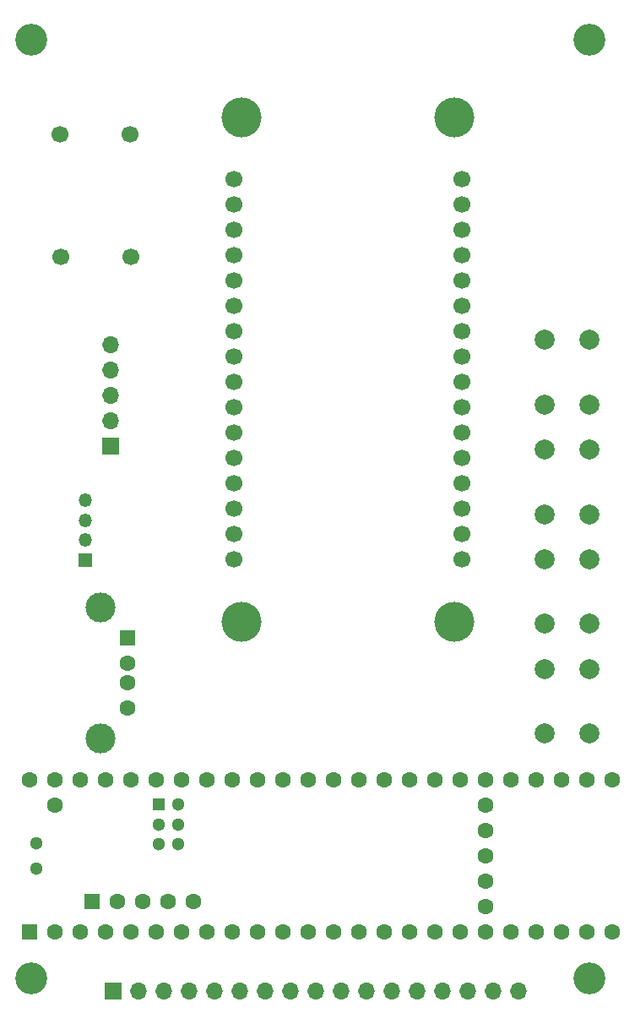
<source format=gbr>
%TF.GenerationSoftware,KiCad,Pcbnew,5.1.8-db9833491~87~ubuntu20.04.1*%
%TF.CreationDate,2020-11-22T18:04:31+08:00*%
%TF.ProjectId,mobo,6d6f626f-2e6b-4696-9361-645f70636258,rev?*%
%TF.SameCoordinates,Original*%
%TF.FileFunction,Soldermask,Bot*%
%TF.FilePolarity,Negative*%
%FSLAX46Y46*%
G04 Gerber Fmt 4.6, Leading zero omitted, Abs format (unit mm)*
G04 Created by KiCad (PCBNEW 5.1.8-db9833491~87~ubuntu20.04.1) date 2020-11-22 18:04:31*
%MOMM*%
%LPD*%
G01*
G04 APERTURE LIST*
%ADD10O,1.700000X1.700000*%
%ADD11R,1.700000X1.700000*%
%ADD12C,2.000000*%
%ADD13C,3.200000*%
%ADD14O,1.350000X1.350000*%
%ADD15R,1.350000X1.350000*%
%ADD16C,1.700000*%
%ADD17C,1.600000*%
%ADD18R,1.500000X1.600000*%
%ADD19C,3.000000*%
%ADD20C,4.000000*%
%ADD21C,1.300000*%
%ADD22R,1.300000X1.300000*%
%ADD23R,1.600000X1.600000*%
G04 APERTURE END LIST*
D10*
%TO.C,J6*%
X66840000Y-105300000D03*
X64300000Y-105300000D03*
X61760000Y-105300000D03*
X59220000Y-105300000D03*
X56680000Y-105300000D03*
X54140000Y-105300000D03*
X51600000Y-105300000D03*
X49060000Y-105300000D03*
X46520000Y-105300000D03*
X43980000Y-105300000D03*
X41440000Y-105300000D03*
X38900000Y-105300000D03*
X36360000Y-105300000D03*
X33820000Y-105300000D03*
X31280000Y-105300000D03*
X28740000Y-105300000D03*
D11*
X26200000Y-105300000D03*
%TD*%
D12*
%TO.C,SW4*%
X74000000Y-46500000D03*
X69500000Y-46500000D03*
X74000000Y-40000000D03*
X69500000Y-40000000D03*
%TD*%
D13*
%TO.C,H4*%
X74000000Y-104000000D03*
%TD*%
%TO.C,H3*%
X74000000Y-10000000D03*
%TD*%
%TO.C,H2*%
X18000000Y-104000000D03*
%TD*%
%TO.C,H1*%
X18000000Y-10000000D03*
%TD*%
D10*
%TO.C,J5*%
X25940000Y-40560000D03*
X25940000Y-43100000D03*
X25940000Y-45640000D03*
X25940000Y-48180000D03*
D11*
X25940000Y-50720000D03*
%TD*%
D14*
%TO.C,J4*%
X23400000Y-56100000D03*
X23400000Y-58100000D03*
X23400000Y-60100000D03*
D15*
X23400000Y-62100000D03*
%TD*%
D12*
%TO.C,SW3*%
X74000000Y-57500000D03*
X69500000Y-57500000D03*
X74000000Y-51000000D03*
X69500000Y-51000000D03*
%TD*%
%TO.C,SW2*%
X74000000Y-68500000D03*
X69500000Y-68500000D03*
X74000000Y-62000000D03*
X69500000Y-62000000D03*
%TD*%
%TO.C,SW1*%
X74000000Y-79500000D03*
X69500000Y-79500000D03*
X74000000Y-73000000D03*
X69500000Y-73000000D03*
%TD*%
D16*
%TO.C,J3*%
X21000000Y-31700000D03*
X28000000Y-31700000D03*
%TD*%
%TO.C,J2*%
X20900000Y-19400000D03*
X27900000Y-19400000D03*
%TD*%
D17*
%TO.C,J1*%
X27700000Y-76900000D03*
X27700000Y-74400000D03*
X27700000Y-72400000D03*
D18*
X27700000Y-69900000D03*
D19*
X24990000Y-79970000D03*
X24990000Y-66830000D03*
%TD*%
D16*
%TO.C,U2*%
X38370000Y-23950000D03*
X38370000Y-26490000D03*
X38370000Y-29030000D03*
X38370000Y-31570000D03*
X38370000Y-34110000D03*
X38370000Y-36650000D03*
X38370000Y-39190000D03*
X38370000Y-41730000D03*
X38370000Y-44270000D03*
X38370000Y-46810000D03*
X38370000Y-49350000D03*
X38370000Y-51890000D03*
X38370000Y-54430000D03*
X38370000Y-56970000D03*
X38370000Y-59510000D03*
X38370000Y-62050000D03*
X61230000Y-23950000D03*
X61230000Y-26490000D03*
X61230000Y-29030000D03*
X61230000Y-31570000D03*
X61230000Y-34110000D03*
X61230000Y-36650000D03*
X61230000Y-39190000D03*
X61230000Y-41730000D03*
X61230000Y-44270000D03*
X61230000Y-46810000D03*
X61230000Y-49350000D03*
X61230000Y-51890000D03*
X61230000Y-54430000D03*
X61230000Y-56970000D03*
X61230000Y-59510000D03*
X61230000Y-62050000D03*
D20*
X39132000Y-17727000D03*
X39132000Y-68273000D03*
X60468000Y-17727000D03*
X60468000Y-68273000D03*
%TD*%
D21*
%TO.C,U1*%
X18550000Y-90490000D03*
X18550000Y-93030000D03*
D17*
X63540000Y-86680000D03*
X63540000Y-89220000D03*
X63540000Y-91760000D03*
X63540000Y-94300000D03*
X63540000Y-96840000D03*
D21*
X30790000Y-90578400D03*
X32790000Y-90578400D03*
X32790000Y-88578400D03*
X30790000Y-88578400D03*
X32790000Y-86578400D03*
D22*
X30790000Y-86578400D03*
D17*
X58460000Y-99380000D03*
X61000000Y-99380000D03*
X63540000Y-99380000D03*
X66080000Y-99380000D03*
X55920000Y-99380000D03*
X53380000Y-99380000D03*
X50840000Y-99380000D03*
X68620000Y-99380000D03*
X71160000Y-99380000D03*
X73700000Y-99380000D03*
X76240000Y-99380000D03*
X76240000Y-84140000D03*
X73700000Y-84140000D03*
X71160000Y-84140000D03*
X68620000Y-84140000D03*
X66080000Y-84140000D03*
X63540000Y-84140000D03*
X61000000Y-84140000D03*
X58460000Y-84140000D03*
X55920000Y-84140000D03*
X53380000Y-84140000D03*
X48300000Y-99380000D03*
X45760000Y-99380000D03*
X43220000Y-99380000D03*
X40680000Y-99380000D03*
X38140000Y-99380000D03*
X35600000Y-99380000D03*
X33060000Y-99380000D03*
X30520000Y-99380000D03*
X27980000Y-99380000D03*
X25440000Y-99380000D03*
X22900000Y-99380000D03*
X20360000Y-99380000D03*
D23*
X17820000Y-99380000D03*
D17*
X50840000Y-84140000D03*
X48300000Y-84140000D03*
X45760000Y-84140000D03*
X43220000Y-84140000D03*
X40680000Y-84140000D03*
X38140000Y-84140000D03*
X35600000Y-84140000D03*
X33060000Y-84140000D03*
X30520000Y-84140000D03*
X27980000Y-84140000D03*
X25440000Y-84140000D03*
X22900000Y-84140000D03*
X20360000Y-84140000D03*
X17820000Y-84140000D03*
D23*
X24119200Y-96329200D03*
D17*
X26659200Y-96329200D03*
X29199200Y-96329200D03*
X31739200Y-96329200D03*
X34279200Y-96329200D03*
X20360000Y-86680000D03*
%TD*%
M02*

</source>
